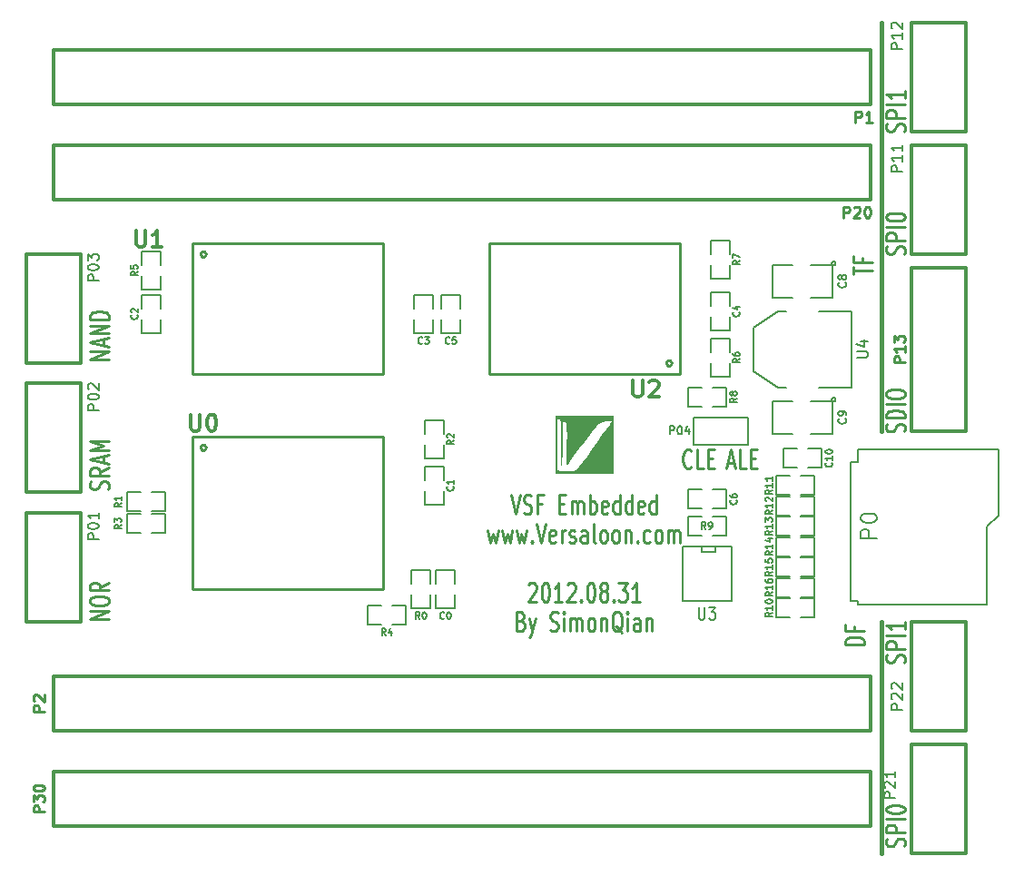
<source format=gto>
G04 (created by PCBNEW-RS274X (2012-01-19 BZR 3256)-stable) date 01/09/2012 19:00:46*
G01*
G70*
G90*
%MOIN*%
G04 Gerber Fmt 3.4, Leading zero omitted, Abs format*
%FSLAX34Y34*%
G04 APERTURE LIST*
%ADD10C,0.006000*%
%ADD11C,0.010000*%
%ADD12C,0.015000*%
%ADD13C,0.012000*%
%ADD14C,0.005000*%
%ADD15C,0.008000*%
%ADD16C,0.000100*%
G04 APERTURE END LIST*
G54D10*
G54D11*
X41283Y-29845D02*
X40583Y-29845D01*
X40583Y-29726D01*
X40617Y-29654D01*
X40683Y-29607D01*
X40750Y-29583D01*
X40883Y-29559D01*
X40983Y-29559D01*
X41117Y-29583D01*
X41183Y-29607D01*
X41250Y-29654D01*
X41283Y-29726D01*
X41283Y-29845D01*
X40917Y-29178D02*
X40917Y-29345D01*
X41283Y-29345D02*
X40583Y-29345D01*
X40583Y-29107D01*
G54D12*
X41900Y-29000D02*
X41900Y-37500D01*
X41900Y-07000D02*
X41900Y-22000D01*
G54D11*
X40883Y-16257D02*
X40883Y-15972D01*
X41583Y-16115D02*
X40883Y-16115D01*
X41217Y-15638D02*
X41217Y-15805D01*
X41583Y-15805D02*
X40883Y-15805D01*
X40883Y-15567D01*
X28298Y-24333D02*
X28464Y-25033D01*
X28631Y-24333D01*
X28774Y-25000D02*
X28846Y-25033D01*
X28965Y-25033D01*
X29012Y-25000D01*
X29036Y-24967D01*
X29060Y-24900D01*
X29060Y-24833D01*
X29036Y-24767D01*
X29012Y-24733D01*
X28965Y-24700D01*
X28869Y-24667D01*
X28822Y-24633D01*
X28798Y-24600D01*
X28774Y-24533D01*
X28774Y-24467D01*
X28798Y-24400D01*
X28822Y-24367D01*
X28869Y-24333D01*
X28989Y-24333D01*
X29060Y-24367D01*
X29441Y-24667D02*
X29274Y-24667D01*
X29274Y-25033D02*
X29274Y-24333D01*
X29512Y-24333D01*
X30084Y-24667D02*
X30251Y-24667D01*
X30322Y-25033D02*
X30084Y-25033D01*
X30084Y-24333D01*
X30322Y-24333D01*
X30536Y-25033D02*
X30536Y-24567D01*
X30536Y-24633D02*
X30560Y-24600D01*
X30607Y-24567D01*
X30679Y-24567D01*
X30727Y-24600D01*
X30750Y-24667D01*
X30750Y-25033D01*
X30750Y-24667D02*
X30774Y-24600D01*
X30822Y-24567D01*
X30893Y-24567D01*
X30941Y-24600D01*
X30965Y-24667D01*
X30965Y-25033D01*
X31203Y-25033D02*
X31203Y-24333D01*
X31203Y-24600D02*
X31251Y-24567D01*
X31346Y-24567D01*
X31394Y-24600D01*
X31417Y-24633D01*
X31441Y-24700D01*
X31441Y-24900D01*
X31417Y-24967D01*
X31394Y-25000D01*
X31346Y-25033D01*
X31251Y-25033D01*
X31203Y-25000D01*
X31846Y-25000D02*
X31798Y-25033D01*
X31703Y-25033D01*
X31655Y-25000D01*
X31631Y-24933D01*
X31631Y-24667D01*
X31655Y-24600D01*
X31703Y-24567D01*
X31798Y-24567D01*
X31846Y-24600D01*
X31869Y-24667D01*
X31869Y-24733D01*
X31631Y-24800D01*
X32298Y-25033D02*
X32298Y-24333D01*
X32298Y-25000D02*
X32251Y-25033D01*
X32155Y-25033D01*
X32108Y-25000D01*
X32084Y-24967D01*
X32060Y-24900D01*
X32060Y-24700D01*
X32084Y-24633D01*
X32108Y-24600D01*
X32155Y-24567D01*
X32251Y-24567D01*
X32298Y-24600D01*
X32750Y-25033D02*
X32750Y-24333D01*
X32750Y-25000D02*
X32703Y-25033D01*
X32607Y-25033D01*
X32560Y-25000D01*
X32536Y-24967D01*
X32512Y-24900D01*
X32512Y-24700D01*
X32536Y-24633D01*
X32560Y-24600D01*
X32607Y-24567D01*
X32703Y-24567D01*
X32750Y-24600D01*
X33179Y-25000D02*
X33131Y-25033D01*
X33036Y-25033D01*
X32988Y-25000D01*
X32964Y-24933D01*
X32964Y-24667D01*
X32988Y-24600D01*
X33036Y-24567D01*
X33131Y-24567D01*
X33179Y-24600D01*
X33202Y-24667D01*
X33202Y-24733D01*
X32964Y-24800D01*
X33631Y-25033D02*
X33631Y-24333D01*
X33631Y-25000D02*
X33584Y-25033D01*
X33488Y-25033D01*
X33441Y-25000D01*
X33417Y-24967D01*
X33393Y-24900D01*
X33393Y-24700D01*
X33417Y-24633D01*
X33441Y-24600D01*
X33488Y-24567D01*
X33584Y-24567D01*
X33631Y-24600D01*
X27452Y-25647D02*
X27548Y-26113D01*
X27643Y-25780D01*
X27738Y-26113D01*
X27833Y-25647D01*
X27976Y-25647D02*
X28072Y-26113D01*
X28167Y-25780D01*
X28262Y-26113D01*
X28357Y-25647D01*
X28500Y-25647D02*
X28596Y-26113D01*
X28691Y-25780D01*
X28786Y-26113D01*
X28881Y-25647D01*
X29072Y-26047D02*
X29096Y-26080D01*
X29072Y-26113D01*
X29048Y-26080D01*
X29072Y-26047D01*
X29072Y-26113D01*
X29239Y-25413D02*
X29405Y-26113D01*
X29572Y-25413D01*
X29930Y-26080D02*
X29882Y-26113D01*
X29787Y-26113D01*
X29739Y-26080D01*
X29715Y-26013D01*
X29715Y-25747D01*
X29739Y-25680D01*
X29787Y-25647D01*
X29882Y-25647D01*
X29930Y-25680D01*
X29953Y-25747D01*
X29953Y-25813D01*
X29715Y-25880D01*
X30168Y-26113D02*
X30168Y-25647D01*
X30168Y-25780D02*
X30192Y-25713D01*
X30216Y-25680D01*
X30263Y-25647D01*
X30311Y-25647D01*
X30454Y-26080D02*
X30502Y-26113D01*
X30597Y-26113D01*
X30645Y-26080D01*
X30669Y-26013D01*
X30669Y-25980D01*
X30645Y-25913D01*
X30597Y-25880D01*
X30526Y-25880D01*
X30478Y-25847D01*
X30454Y-25780D01*
X30454Y-25747D01*
X30478Y-25680D01*
X30526Y-25647D01*
X30597Y-25647D01*
X30645Y-25680D01*
X31097Y-26113D02*
X31097Y-25747D01*
X31074Y-25680D01*
X31026Y-25647D01*
X30931Y-25647D01*
X30883Y-25680D01*
X31097Y-26080D02*
X31050Y-26113D01*
X30931Y-26113D01*
X30883Y-26080D01*
X30859Y-26013D01*
X30859Y-25947D01*
X30883Y-25880D01*
X30931Y-25847D01*
X31050Y-25847D01*
X31097Y-25813D01*
X31406Y-26113D02*
X31359Y-26080D01*
X31335Y-26013D01*
X31335Y-25413D01*
X31668Y-26113D02*
X31621Y-26080D01*
X31597Y-26047D01*
X31573Y-25980D01*
X31573Y-25780D01*
X31597Y-25713D01*
X31621Y-25680D01*
X31668Y-25647D01*
X31740Y-25647D01*
X31788Y-25680D01*
X31811Y-25713D01*
X31835Y-25780D01*
X31835Y-25980D01*
X31811Y-26047D01*
X31788Y-26080D01*
X31740Y-26113D01*
X31668Y-26113D01*
X32120Y-26113D02*
X32073Y-26080D01*
X32049Y-26047D01*
X32025Y-25980D01*
X32025Y-25780D01*
X32049Y-25713D01*
X32073Y-25680D01*
X32120Y-25647D01*
X32192Y-25647D01*
X32240Y-25680D01*
X32263Y-25713D01*
X32287Y-25780D01*
X32287Y-25980D01*
X32263Y-26047D01*
X32240Y-26080D01*
X32192Y-26113D01*
X32120Y-26113D01*
X32501Y-25647D02*
X32501Y-26113D01*
X32501Y-25713D02*
X32525Y-25680D01*
X32572Y-25647D01*
X32644Y-25647D01*
X32692Y-25680D01*
X32715Y-25747D01*
X32715Y-26113D01*
X32953Y-26047D02*
X32977Y-26080D01*
X32953Y-26113D01*
X32929Y-26080D01*
X32953Y-26047D01*
X32953Y-26113D01*
X33405Y-26080D02*
X33358Y-26113D01*
X33262Y-26113D01*
X33215Y-26080D01*
X33191Y-26047D01*
X33167Y-25980D01*
X33167Y-25780D01*
X33191Y-25713D01*
X33215Y-25680D01*
X33262Y-25647D01*
X33358Y-25647D01*
X33405Y-25680D01*
X33691Y-26113D02*
X33644Y-26080D01*
X33620Y-26047D01*
X33596Y-25980D01*
X33596Y-25780D01*
X33620Y-25713D01*
X33644Y-25680D01*
X33691Y-25647D01*
X33763Y-25647D01*
X33811Y-25680D01*
X33834Y-25713D01*
X33858Y-25780D01*
X33858Y-25980D01*
X33834Y-26047D01*
X33811Y-26080D01*
X33763Y-26113D01*
X33691Y-26113D01*
X34072Y-26113D02*
X34072Y-25647D01*
X34072Y-25713D02*
X34096Y-25680D01*
X34143Y-25647D01*
X34215Y-25647D01*
X34263Y-25680D01*
X34286Y-25747D01*
X34286Y-26113D01*
X34286Y-25747D02*
X34310Y-25680D01*
X34358Y-25647D01*
X34429Y-25647D01*
X34477Y-25680D01*
X34501Y-25747D01*
X34501Y-26113D01*
X28953Y-27640D02*
X28977Y-27607D01*
X29025Y-27573D01*
X29144Y-27573D01*
X29191Y-27607D01*
X29215Y-27640D01*
X29239Y-27707D01*
X29239Y-27773D01*
X29215Y-27873D01*
X28929Y-28273D01*
X29239Y-28273D01*
X29548Y-27573D02*
X29596Y-27573D01*
X29644Y-27607D01*
X29667Y-27640D01*
X29691Y-27707D01*
X29715Y-27840D01*
X29715Y-28007D01*
X29691Y-28140D01*
X29667Y-28207D01*
X29644Y-28240D01*
X29596Y-28273D01*
X29548Y-28273D01*
X29501Y-28240D01*
X29477Y-28207D01*
X29453Y-28140D01*
X29429Y-28007D01*
X29429Y-27840D01*
X29453Y-27707D01*
X29477Y-27640D01*
X29501Y-27607D01*
X29548Y-27573D01*
X30191Y-28273D02*
X29905Y-28273D01*
X30048Y-28273D02*
X30048Y-27573D01*
X30000Y-27673D01*
X29953Y-27740D01*
X29905Y-27773D01*
X30381Y-27640D02*
X30405Y-27607D01*
X30453Y-27573D01*
X30572Y-27573D01*
X30619Y-27607D01*
X30643Y-27640D01*
X30667Y-27707D01*
X30667Y-27773D01*
X30643Y-27873D01*
X30357Y-28273D01*
X30667Y-28273D01*
X30881Y-28207D02*
X30905Y-28240D01*
X30881Y-28273D01*
X30857Y-28240D01*
X30881Y-28207D01*
X30881Y-28273D01*
X31214Y-27573D02*
X31262Y-27573D01*
X31310Y-27607D01*
X31333Y-27640D01*
X31357Y-27707D01*
X31381Y-27840D01*
X31381Y-28007D01*
X31357Y-28140D01*
X31333Y-28207D01*
X31310Y-28240D01*
X31262Y-28273D01*
X31214Y-28273D01*
X31167Y-28240D01*
X31143Y-28207D01*
X31119Y-28140D01*
X31095Y-28007D01*
X31095Y-27840D01*
X31119Y-27707D01*
X31143Y-27640D01*
X31167Y-27607D01*
X31214Y-27573D01*
X31666Y-27873D02*
X31619Y-27840D01*
X31595Y-27807D01*
X31571Y-27740D01*
X31571Y-27707D01*
X31595Y-27640D01*
X31619Y-27607D01*
X31666Y-27573D01*
X31762Y-27573D01*
X31809Y-27607D01*
X31833Y-27640D01*
X31857Y-27707D01*
X31857Y-27740D01*
X31833Y-27807D01*
X31809Y-27840D01*
X31762Y-27873D01*
X31666Y-27873D01*
X31619Y-27907D01*
X31595Y-27940D01*
X31571Y-28007D01*
X31571Y-28140D01*
X31595Y-28207D01*
X31619Y-28240D01*
X31666Y-28273D01*
X31762Y-28273D01*
X31809Y-28240D01*
X31833Y-28207D01*
X31857Y-28140D01*
X31857Y-28007D01*
X31833Y-27940D01*
X31809Y-27907D01*
X31762Y-27873D01*
X32071Y-28207D02*
X32095Y-28240D01*
X32071Y-28273D01*
X32047Y-28240D01*
X32071Y-28207D01*
X32071Y-28273D01*
X32261Y-27573D02*
X32571Y-27573D01*
X32404Y-27840D01*
X32476Y-27840D01*
X32523Y-27873D01*
X32547Y-27907D01*
X32571Y-27973D01*
X32571Y-28140D01*
X32547Y-28207D01*
X32523Y-28240D01*
X32476Y-28273D01*
X32333Y-28273D01*
X32285Y-28240D01*
X32261Y-28207D01*
X33047Y-28273D02*
X32761Y-28273D01*
X32904Y-28273D02*
X32904Y-27573D01*
X32856Y-27673D01*
X32809Y-27740D01*
X32761Y-27773D01*
X28680Y-28987D02*
X28751Y-29020D01*
X28775Y-29053D01*
X28799Y-29120D01*
X28799Y-29220D01*
X28775Y-29287D01*
X28751Y-29320D01*
X28704Y-29353D01*
X28513Y-29353D01*
X28513Y-28653D01*
X28680Y-28653D01*
X28727Y-28687D01*
X28751Y-28720D01*
X28775Y-28787D01*
X28775Y-28853D01*
X28751Y-28920D01*
X28727Y-28953D01*
X28680Y-28987D01*
X28513Y-28987D01*
X28965Y-28887D02*
X29084Y-29353D01*
X29204Y-28887D02*
X29084Y-29353D01*
X29037Y-29520D01*
X29013Y-29553D01*
X28965Y-29587D01*
X29751Y-29320D02*
X29823Y-29353D01*
X29942Y-29353D01*
X29989Y-29320D01*
X30013Y-29287D01*
X30037Y-29220D01*
X30037Y-29153D01*
X30013Y-29087D01*
X29989Y-29053D01*
X29942Y-29020D01*
X29846Y-28987D01*
X29799Y-28953D01*
X29775Y-28920D01*
X29751Y-28853D01*
X29751Y-28787D01*
X29775Y-28720D01*
X29799Y-28687D01*
X29846Y-28653D01*
X29966Y-28653D01*
X30037Y-28687D01*
X30251Y-29353D02*
X30251Y-28887D01*
X30251Y-28653D02*
X30227Y-28687D01*
X30251Y-28720D01*
X30275Y-28687D01*
X30251Y-28653D01*
X30251Y-28720D01*
X30489Y-29353D02*
X30489Y-28887D01*
X30489Y-28953D02*
X30513Y-28920D01*
X30560Y-28887D01*
X30632Y-28887D01*
X30680Y-28920D01*
X30703Y-28987D01*
X30703Y-29353D01*
X30703Y-28987D02*
X30727Y-28920D01*
X30775Y-28887D01*
X30846Y-28887D01*
X30894Y-28920D01*
X30918Y-28987D01*
X30918Y-29353D01*
X31227Y-29353D02*
X31180Y-29320D01*
X31156Y-29287D01*
X31132Y-29220D01*
X31132Y-29020D01*
X31156Y-28953D01*
X31180Y-28920D01*
X31227Y-28887D01*
X31299Y-28887D01*
X31347Y-28920D01*
X31370Y-28953D01*
X31394Y-29020D01*
X31394Y-29220D01*
X31370Y-29287D01*
X31347Y-29320D01*
X31299Y-29353D01*
X31227Y-29353D01*
X31608Y-28887D02*
X31608Y-29353D01*
X31608Y-28953D02*
X31632Y-28920D01*
X31679Y-28887D01*
X31751Y-28887D01*
X31799Y-28920D01*
X31822Y-28987D01*
X31822Y-29353D01*
X32393Y-29420D02*
X32346Y-29387D01*
X32298Y-29320D01*
X32227Y-29220D01*
X32179Y-29187D01*
X32131Y-29187D01*
X32155Y-29353D02*
X32108Y-29320D01*
X32060Y-29253D01*
X32036Y-29120D01*
X32036Y-28887D01*
X32060Y-28753D01*
X32108Y-28687D01*
X32155Y-28653D01*
X32251Y-28653D01*
X32298Y-28687D01*
X32346Y-28753D01*
X32370Y-28887D01*
X32370Y-29120D01*
X32346Y-29253D01*
X32298Y-29320D01*
X32251Y-29353D01*
X32155Y-29353D01*
X32584Y-29353D02*
X32584Y-28887D01*
X32584Y-28653D02*
X32560Y-28687D01*
X32584Y-28720D01*
X32608Y-28687D01*
X32584Y-28653D01*
X32584Y-28720D01*
X33036Y-29353D02*
X33036Y-28987D01*
X33013Y-28920D01*
X32965Y-28887D01*
X32870Y-28887D01*
X32822Y-28920D01*
X33036Y-29320D02*
X32989Y-29353D01*
X32870Y-29353D01*
X32822Y-29320D01*
X32798Y-29253D01*
X32798Y-29187D01*
X32822Y-29120D01*
X32870Y-29087D01*
X32989Y-29087D01*
X33036Y-29053D01*
X33274Y-28887D02*
X33274Y-29353D01*
X33274Y-28953D02*
X33298Y-28920D01*
X33345Y-28887D01*
X33417Y-28887D01*
X33465Y-28920D01*
X33488Y-28987D01*
X33488Y-29353D01*
X42750Y-37250D02*
X42783Y-37178D01*
X42783Y-37059D01*
X42750Y-37012D01*
X42717Y-36988D01*
X42650Y-36964D01*
X42583Y-36964D01*
X42517Y-36988D01*
X42483Y-37012D01*
X42450Y-37059D01*
X42417Y-37155D01*
X42383Y-37202D01*
X42350Y-37226D01*
X42283Y-37250D01*
X42217Y-37250D01*
X42150Y-37226D01*
X42117Y-37202D01*
X42083Y-37155D01*
X42083Y-37035D01*
X42117Y-36964D01*
X42783Y-36750D02*
X42083Y-36750D01*
X42083Y-36559D01*
X42117Y-36512D01*
X42150Y-36488D01*
X42217Y-36464D01*
X42317Y-36464D01*
X42383Y-36488D01*
X42417Y-36512D01*
X42450Y-36559D01*
X42450Y-36750D01*
X42783Y-36250D02*
X42083Y-36250D01*
X42083Y-35917D02*
X42083Y-35869D01*
X42117Y-35821D01*
X42150Y-35798D01*
X42217Y-35774D01*
X42350Y-35750D01*
X42517Y-35750D01*
X42650Y-35774D01*
X42717Y-35798D01*
X42750Y-35821D01*
X42783Y-35869D01*
X42783Y-35917D01*
X42750Y-35964D01*
X42717Y-35988D01*
X42650Y-36012D01*
X42517Y-36036D01*
X42350Y-36036D01*
X42217Y-36012D01*
X42150Y-35988D01*
X42117Y-35964D01*
X42083Y-35917D01*
X42750Y-30500D02*
X42783Y-30428D01*
X42783Y-30309D01*
X42750Y-30262D01*
X42717Y-30238D01*
X42650Y-30214D01*
X42583Y-30214D01*
X42517Y-30238D01*
X42483Y-30262D01*
X42450Y-30309D01*
X42417Y-30405D01*
X42383Y-30452D01*
X42350Y-30476D01*
X42283Y-30500D01*
X42217Y-30500D01*
X42150Y-30476D01*
X42117Y-30452D01*
X42083Y-30405D01*
X42083Y-30285D01*
X42117Y-30214D01*
X42783Y-30000D02*
X42083Y-30000D01*
X42083Y-29809D01*
X42117Y-29762D01*
X42150Y-29738D01*
X42217Y-29714D01*
X42317Y-29714D01*
X42383Y-29738D01*
X42417Y-29762D01*
X42450Y-29809D01*
X42450Y-30000D01*
X42783Y-29500D02*
X42083Y-29500D01*
X42783Y-29000D02*
X42783Y-29286D01*
X42783Y-29143D02*
X42083Y-29143D01*
X42183Y-29191D01*
X42250Y-29238D01*
X42283Y-29286D01*
X13533Y-19369D02*
X12833Y-19369D01*
X13533Y-19083D01*
X12833Y-19083D01*
X13333Y-18869D02*
X13333Y-18631D01*
X13533Y-18916D02*
X12833Y-18750D01*
X13533Y-18583D01*
X13533Y-18416D02*
X12833Y-18416D01*
X13533Y-18130D01*
X12833Y-18130D01*
X13533Y-17892D02*
X12833Y-17892D01*
X12833Y-17773D01*
X12867Y-17701D01*
X12933Y-17654D01*
X13000Y-17630D01*
X13133Y-17606D01*
X13233Y-17606D01*
X13367Y-17630D01*
X13433Y-17654D01*
X13500Y-17701D01*
X13533Y-17773D01*
X13533Y-17892D01*
X13500Y-24143D02*
X13533Y-24071D01*
X13533Y-23952D01*
X13500Y-23905D01*
X13467Y-23881D01*
X13400Y-23857D01*
X13333Y-23857D01*
X13267Y-23881D01*
X13233Y-23905D01*
X13200Y-23952D01*
X13167Y-24048D01*
X13133Y-24095D01*
X13100Y-24119D01*
X13033Y-24143D01*
X12967Y-24143D01*
X12900Y-24119D01*
X12867Y-24095D01*
X12833Y-24048D01*
X12833Y-23928D01*
X12867Y-23857D01*
X13533Y-23357D02*
X13200Y-23524D01*
X13533Y-23643D02*
X12833Y-23643D01*
X12833Y-23452D01*
X12867Y-23405D01*
X12900Y-23381D01*
X12967Y-23357D01*
X13067Y-23357D01*
X13133Y-23381D01*
X13167Y-23405D01*
X13200Y-23452D01*
X13200Y-23643D01*
X13333Y-23167D02*
X13333Y-22929D01*
X13533Y-23214D02*
X12833Y-23048D01*
X13533Y-22881D01*
X13533Y-22714D02*
X12833Y-22714D01*
X13333Y-22547D01*
X12833Y-22381D01*
X13533Y-22381D01*
X13533Y-28905D02*
X12833Y-28905D01*
X13533Y-28619D01*
X12833Y-28619D01*
X12833Y-28286D02*
X12833Y-28190D01*
X12867Y-28143D01*
X12933Y-28095D01*
X13067Y-28071D01*
X13300Y-28071D01*
X13433Y-28095D01*
X13500Y-28143D01*
X13533Y-28190D01*
X13533Y-28286D01*
X13500Y-28333D01*
X13433Y-28381D01*
X13300Y-28405D01*
X13067Y-28405D01*
X12933Y-28381D01*
X12867Y-28333D01*
X12833Y-28286D01*
X13533Y-27571D02*
X13200Y-27738D01*
X13533Y-27857D02*
X12833Y-27857D01*
X12833Y-27666D01*
X12867Y-27619D01*
X12900Y-27595D01*
X12967Y-27571D01*
X13067Y-27571D01*
X13133Y-27595D01*
X13167Y-27619D01*
X13200Y-27666D01*
X13200Y-27857D01*
X34927Y-23317D02*
X34903Y-23350D01*
X34832Y-23383D01*
X34784Y-23383D01*
X34712Y-23350D01*
X34665Y-23283D01*
X34641Y-23217D01*
X34617Y-23083D01*
X34617Y-22983D01*
X34641Y-22850D01*
X34665Y-22783D01*
X34712Y-22717D01*
X34784Y-22683D01*
X34832Y-22683D01*
X34903Y-22717D01*
X34927Y-22750D01*
X35379Y-23383D02*
X35141Y-23383D01*
X35141Y-22683D01*
X35546Y-23017D02*
X35713Y-23017D01*
X35784Y-23383D02*
X35546Y-23383D01*
X35546Y-22683D01*
X35784Y-22683D01*
X36252Y-23183D02*
X36490Y-23183D01*
X36205Y-23383D02*
X36371Y-22683D01*
X36538Y-23383D01*
X36943Y-23383D02*
X36705Y-23383D01*
X36705Y-22683D01*
X37110Y-23017D02*
X37277Y-23017D01*
X37348Y-23383D02*
X37110Y-23383D01*
X37110Y-22683D01*
X37348Y-22683D01*
X42750Y-22024D02*
X42783Y-21952D01*
X42783Y-21833D01*
X42750Y-21786D01*
X42717Y-21762D01*
X42650Y-21738D01*
X42583Y-21738D01*
X42517Y-21762D01*
X42483Y-21786D01*
X42450Y-21833D01*
X42417Y-21929D01*
X42383Y-21976D01*
X42350Y-22000D01*
X42283Y-22024D01*
X42217Y-22024D01*
X42150Y-22000D01*
X42117Y-21976D01*
X42083Y-21929D01*
X42083Y-21809D01*
X42117Y-21738D01*
X42783Y-21524D02*
X42083Y-21524D01*
X42083Y-21405D01*
X42117Y-21333D01*
X42183Y-21286D01*
X42250Y-21262D01*
X42383Y-21238D01*
X42483Y-21238D01*
X42617Y-21262D01*
X42683Y-21286D01*
X42750Y-21333D01*
X42783Y-21405D01*
X42783Y-21524D01*
X42783Y-21024D02*
X42083Y-21024D01*
X42083Y-20691D02*
X42083Y-20595D01*
X42117Y-20548D01*
X42183Y-20500D01*
X42317Y-20476D01*
X42550Y-20476D01*
X42683Y-20500D01*
X42750Y-20548D01*
X42783Y-20595D01*
X42783Y-20691D01*
X42750Y-20738D01*
X42683Y-20786D01*
X42550Y-20810D01*
X42317Y-20810D01*
X42183Y-20786D01*
X42117Y-20738D01*
X42083Y-20691D01*
X42750Y-15500D02*
X42783Y-15428D01*
X42783Y-15309D01*
X42750Y-15262D01*
X42717Y-15238D01*
X42650Y-15214D01*
X42583Y-15214D01*
X42517Y-15238D01*
X42483Y-15262D01*
X42450Y-15309D01*
X42417Y-15405D01*
X42383Y-15452D01*
X42350Y-15476D01*
X42283Y-15500D01*
X42217Y-15500D01*
X42150Y-15476D01*
X42117Y-15452D01*
X42083Y-15405D01*
X42083Y-15285D01*
X42117Y-15214D01*
X42783Y-15000D02*
X42083Y-15000D01*
X42083Y-14809D01*
X42117Y-14762D01*
X42150Y-14738D01*
X42217Y-14714D01*
X42317Y-14714D01*
X42383Y-14738D01*
X42417Y-14762D01*
X42450Y-14809D01*
X42450Y-15000D01*
X42783Y-14500D02*
X42083Y-14500D01*
X42083Y-14167D02*
X42083Y-14119D01*
X42117Y-14071D01*
X42150Y-14048D01*
X42217Y-14024D01*
X42350Y-14000D01*
X42517Y-14000D01*
X42650Y-14024D01*
X42717Y-14048D01*
X42750Y-14071D01*
X42783Y-14119D01*
X42783Y-14167D01*
X42750Y-14214D01*
X42717Y-14238D01*
X42650Y-14262D01*
X42517Y-14286D01*
X42350Y-14286D01*
X42217Y-14262D01*
X42150Y-14238D01*
X42117Y-14214D01*
X42083Y-14167D01*
X42750Y-11000D02*
X42783Y-10928D01*
X42783Y-10809D01*
X42750Y-10762D01*
X42717Y-10738D01*
X42650Y-10714D01*
X42583Y-10714D01*
X42517Y-10738D01*
X42483Y-10762D01*
X42450Y-10809D01*
X42417Y-10905D01*
X42383Y-10952D01*
X42350Y-10976D01*
X42283Y-11000D01*
X42217Y-11000D01*
X42150Y-10976D01*
X42117Y-10952D01*
X42083Y-10905D01*
X42083Y-10785D01*
X42117Y-10714D01*
X42783Y-10500D02*
X42083Y-10500D01*
X42083Y-10309D01*
X42117Y-10262D01*
X42150Y-10238D01*
X42217Y-10214D01*
X42317Y-10214D01*
X42383Y-10238D01*
X42417Y-10262D01*
X42450Y-10309D01*
X42450Y-10500D01*
X42783Y-10000D02*
X42083Y-10000D01*
X42783Y-09500D02*
X42783Y-09786D01*
X42783Y-09643D02*
X42083Y-09643D01*
X42183Y-09691D01*
X42250Y-09738D01*
X42283Y-09786D01*
G54D13*
X31500Y-36500D02*
X41500Y-36500D01*
X31500Y-34500D02*
X41500Y-34500D01*
X31500Y-36500D02*
X11500Y-36500D01*
X31500Y-34500D02*
X11500Y-34500D01*
X41500Y-34500D02*
X41500Y-36500D01*
X11500Y-34500D02*
X11500Y-36500D01*
X21500Y-11500D02*
X11500Y-11500D01*
X21500Y-13500D02*
X11500Y-13500D01*
X21500Y-11500D02*
X41500Y-11500D01*
X21500Y-13500D02*
X41500Y-13500D01*
X11500Y-13500D02*
X11500Y-11500D01*
X41500Y-13500D02*
X41500Y-11500D01*
X31500Y-33000D02*
X41500Y-33000D01*
X31500Y-31000D02*
X41500Y-31000D01*
X31500Y-33000D02*
X11500Y-33000D01*
X31500Y-31000D02*
X11500Y-31000D01*
X41500Y-31000D02*
X41500Y-33000D01*
X11500Y-31000D02*
X11500Y-33000D01*
X21500Y-08000D02*
X11500Y-08000D01*
X21500Y-10000D02*
X11500Y-10000D01*
X21500Y-08000D02*
X41500Y-08000D01*
X21500Y-10000D02*
X41500Y-10000D01*
X11500Y-10000D02*
X11500Y-08000D01*
X41500Y-10000D02*
X41500Y-08000D01*
G54D11*
X16600Y-27800D02*
X16600Y-22200D01*
X23600Y-22200D02*
X23600Y-27800D01*
X16600Y-22200D02*
X23600Y-22200D01*
X23600Y-27800D02*
X16600Y-27800D01*
X17100Y-22600D02*
X17098Y-22619D01*
X17092Y-22638D01*
X17083Y-22655D01*
X17070Y-22670D01*
X17055Y-22682D01*
X17038Y-22692D01*
X17020Y-22697D01*
X17000Y-22699D01*
X16982Y-22698D01*
X16963Y-22692D01*
X16946Y-22683D01*
X16931Y-22671D01*
X16918Y-22656D01*
X16909Y-22639D01*
X16903Y-22620D01*
X16901Y-22601D01*
X16902Y-22582D01*
X16908Y-22564D01*
X16916Y-22546D01*
X16929Y-22531D01*
X16943Y-22518D01*
X16960Y-22509D01*
X16979Y-22503D01*
X16998Y-22501D01*
X17017Y-22502D01*
X17036Y-22507D01*
X17053Y-22516D01*
X17068Y-22528D01*
X17081Y-22543D01*
X17091Y-22560D01*
X17097Y-22578D01*
X17099Y-22598D01*
X17100Y-22600D01*
X27500Y-15100D02*
X27500Y-19900D01*
X34500Y-19900D02*
X34500Y-15100D01*
X34500Y-15100D02*
X27500Y-15100D01*
X34500Y-19900D02*
X27500Y-19900D01*
X34200Y-19500D02*
X34198Y-19519D01*
X34192Y-19538D01*
X34183Y-19555D01*
X34170Y-19570D01*
X34155Y-19582D01*
X34138Y-19592D01*
X34120Y-19597D01*
X34100Y-19599D01*
X34082Y-19598D01*
X34063Y-19592D01*
X34046Y-19583D01*
X34031Y-19571D01*
X34018Y-19556D01*
X34009Y-19539D01*
X34003Y-19520D01*
X34001Y-19501D01*
X34002Y-19482D01*
X34008Y-19464D01*
X34016Y-19446D01*
X34029Y-19431D01*
X34043Y-19418D01*
X34060Y-19409D01*
X34079Y-19403D01*
X34098Y-19401D01*
X34117Y-19402D01*
X34136Y-19407D01*
X34153Y-19416D01*
X34168Y-19428D01*
X34181Y-19443D01*
X34191Y-19460D01*
X34197Y-19478D01*
X34199Y-19498D01*
X34200Y-19500D01*
G54D14*
X38950Y-25100D02*
X39450Y-25100D01*
X39450Y-25100D02*
X39450Y-24400D01*
X39450Y-24400D02*
X38950Y-24400D01*
X38550Y-25100D02*
X38050Y-25100D01*
X38050Y-25100D02*
X38050Y-24400D01*
X38050Y-24400D02*
X38550Y-24400D01*
X38950Y-28100D02*
X39450Y-28100D01*
X39450Y-28100D02*
X39450Y-27400D01*
X39450Y-27400D02*
X38950Y-27400D01*
X38550Y-28100D02*
X38050Y-28100D01*
X38050Y-28100D02*
X38050Y-27400D01*
X38050Y-27400D02*
X38550Y-27400D01*
X38950Y-27350D02*
X39450Y-27350D01*
X39450Y-27350D02*
X39450Y-26650D01*
X39450Y-26650D02*
X38950Y-26650D01*
X38550Y-27350D02*
X38050Y-27350D01*
X38050Y-27350D02*
X38050Y-26650D01*
X38050Y-26650D02*
X38550Y-26650D01*
X38950Y-26600D02*
X39450Y-26600D01*
X39450Y-26600D02*
X39450Y-25900D01*
X39450Y-25900D02*
X38950Y-25900D01*
X38550Y-26600D02*
X38050Y-26600D01*
X38050Y-26600D02*
X38050Y-25900D01*
X38050Y-25900D02*
X38550Y-25900D01*
X38950Y-25850D02*
X39450Y-25850D01*
X39450Y-25850D02*
X39450Y-25150D01*
X39450Y-25150D02*
X38950Y-25150D01*
X38550Y-25850D02*
X38050Y-25850D01*
X38050Y-25850D02*
X38050Y-25150D01*
X38050Y-25150D02*
X38550Y-25150D01*
X38950Y-24350D02*
X39450Y-24350D01*
X39450Y-24350D02*
X39450Y-23650D01*
X39450Y-23650D02*
X38950Y-23650D01*
X38550Y-24350D02*
X38050Y-24350D01*
X38050Y-24350D02*
X38050Y-23650D01*
X38050Y-23650D02*
X38550Y-23650D01*
X38950Y-28850D02*
X39450Y-28850D01*
X39450Y-28850D02*
X39450Y-28150D01*
X39450Y-28150D02*
X38950Y-28150D01*
X38550Y-28850D02*
X38050Y-28850D01*
X38050Y-28850D02*
X38050Y-28150D01*
X38050Y-28150D02*
X38550Y-28150D01*
G54D13*
X45000Y-16000D02*
X45000Y-22000D01*
X45000Y-22000D02*
X43000Y-22000D01*
X43000Y-22000D02*
X43000Y-16000D01*
X43000Y-16000D02*
X45000Y-16000D01*
X45000Y-11500D02*
X45000Y-15500D01*
X45000Y-15500D02*
X43000Y-15500D01*
X43000Y-15500D02*
X43000Y-11500D01*
X43000Y-11500D02*
X45000Y-11500D01*
X45000Y-07000D02*
X45000Y-11000D01*
X45000Y-11000D02*
X43000Y-11000D01*
X43000Y-11000D02*
X43000Y-07000D01*
X43000Y-07000D02*
X45000Y-07000D01*
G54D15*
X39600Y-20400D02*
X40800Y-20400D01*
X40800Y-20400D02*
X40800Y-17600D01*
X40800Y-17600D02*
X39600Y-17600D01*
X38400Y-20400D02*
X38100Y-20400D01*
X38100Y-20400D02*
X37200Y-19800D01*
X37200Y-19800D02*
X37200Y-18200D01*
X37200Y-18200D02*
X38100Y-17600D01*
X38100Y-17600D02*
X38400Y-17600D01*
G54D14*
X40220Y-15850D02*
X40218Y-15863D01*
X40214Y-15876D01*
X40208Y-15888D01*
X40199Y-15899D01*
X40189Y-15908D01*
X40177Y-15914D01*
X40164Y-15918D01*
X40150Y-15919D01*
X40137Y-15918D01*
X40124Y-15914D01*
X40112Y-15908D01*
X40102Y-15900D01*
X40093Y-15889D01*
X40086Y-15877D01*
X40082Y-15864D01*
X40081Y-15850D01*
X40082Y-15838D01*
X40085Y-15825D01*
X40092Y-15813D01*
X40100Y-15802D01*
X40111Y-15793D01*
X40122Y-15786D01*
X40135Y-15782D01*
X40149Y-15781D01*
X40162Y-15782D01*
X40175Y-15785D01*
X40187Y-15791D01*
X40198Y-15800D01*
X40207Y-15810D01*
X40213Y-15822D01*
X40218Y-15835D01*
X40219Y-15849D01*
X40220Y-15850D01*
X38650Y-15900D02*
X37900Y-15900D01*
X37900Y-15900D02*
X37900Y-17100D01*
X37900Y-17100D02*
X38650Y-17100D01*
X39300Y-17100D02*
X40100Y-17100D01*
X40100Y-17100D02*
X40100Y-15900D01*
X40100Y-15900D02*
X39300Y-15900D01*
X40220Y-20850D02*
X40218Y-20863D01*
X40214Y-20876D01*
X40208Y-20888D01*
X40199Y-20899D01*
X40189Y-20908D01*
X40177Y-20914D01*
X40164Y-20918D01*
X40150Y-20919D01*
X40137Y-20918D01*
X40124Y-20914D01*
X40112Y-20908D01*
X40102Y-20900D01*
X40093Y-20889D01*
X40086Y-20877D01*
X40082Y-20864D01*
X40081Y-20850D01*
X40082Y-20838D01*
X40085Y-20825D01*
X40092Y-20813D01*
X40100Y-20802D01*
X40111Y-20793D01*
X40122Y-20786D01*
X40135Y-20782D01*
X40149Y-20781D01*
X40162Y-20782D01*
X40175Y-20785D01*
X40187Y-20791D01*
X40198Y-20800D01*
X40207Y-20810D01*
X40213Y-20822D01*
X40218Y-20835D01*
X40219Y-20849D01*
X40220Y-20850D01*
X38650Y-20900D02*
X37900Y-20900D01*
X37900Y-20900D02*
X37900Y-22100D01*
X37900Y-22100D02*
X38650Y-22100D01*
X39300Y-22100D02*
X40100Y-22100D01*
X40100Y-22100D02*
X40100Y-20900D01*
X40100Y-20900D02*
X39300Y-20900D01*
X24750Y-17900D02*
X24750Y-18400D01*
X24750Y-18400D02*
X25450Y-18400D01*
X25450Y-18400D02*
X25450Y-17900D01*
X24750Y-17500D02*
X24750Y-17000D01*
X24750Y-17000D02*
X25450Y-17000D01*
X25450Y-17000D02*
X25450Y-17500D01*
X35650Y-17800D02*
X35650Y-18300D01*
X35650Y-18300D02*
X36350Y-18300D01*
X36350Y-18300D02*
X36350Y-17800D01*
X35650Y-17400D02*
X35650Y-16900D01*
X35650Y-16900D02*
X36350Y-16900D01*
X36350Y-16900D02*
X36350Y-17400D01*
X25750Y-17900D02*
X25750Y-18400D01*
X25750Y-18400D02*
X26450Y-18400D01*
X26450Y-18400D02*
X26450Y-17900D01*
X25750Y-17500D02*
X25750Y-17000D01*
X25750Y-17000D02*
X26450Y-17000D01*
X26450Y-17000D02*
X26450Y-17500D01*
X35300Y-24150D02*
X34800Y-24150D01*
X34800Y-24150D02*
X34800Y-24850D01*
X34800Y-24850D02*
X35300Y-24850D01*
X35700Y-24150D02*
X36200Y-24150D01*
X36200Y-24150D02*
X36200Y-24850D01*
X36200Y-24850D02*
X35700Y-24850D01*
X25550Y-28000D02*
X25550Y-28500D01*
X25550Y-28500D02*
X26250Y-28500D01*
X26250Y-28500D02*
X26250Y-28000D01*
X25550Y-27600D02*
X25550Y-27100D01*
X25550Y-27100D02*
X26250Y-27100D01*
X26250Y-27100D02*
X26250Y-27600D01*
X15450Y-17500D02*
X15450Y-17000D01*
X15450Y-17000D02*
X14750Y-17000D01*
X14750Y-17000D02*
X14750Y-17500D01*
X15450Y-17900D02*
X15450Y-18400D01*
X15450Y-18400D02*
X14750Y-18400D01*
X14750Y-18400D02*
X14750Y-17900D01*
X24650Y-28000D02*
X24650Y-28500D01*
X24650Y-28500D02*
X25350Y-28500D01*
X25350Y-28500D02*
X25350Y-28000D01*
X24650Y-27600D02*
X24650Y-27100D01*
X24650Y-27100D02*
X25350Y-27100D01*
X25350Y-27100D02*
X25350Y-27600D01*
X14700Y-24250D02*
X14200Y-24250D01*
X14200Y-24250D02*
X14200Y-24950D01*
X14200Y-24950D02*
X14700Y-24950D01*
X15100Y-24250D02*
X15600Y-24250D01*
X15600Y-24250D02*
X15600Y-24950D01*
X15600Y-24950D02*
X15100Y-24950D01*
X25850Y-22100D02*
X25850Y-21600D01*
X25850Y-21600D02*
X25150Y-21600D01*
X25150Y-21600D02*
X25150Y-22100D01*
X25850Y-22500D02*
X25850Y-23000D01*
X25850Y-23000D02*
X25150Y-23000D01*
X25150Y-23000D02*
X25150Y-22500D01*
X35650Y-19500D02*
X35650Y-20000D01*
X35650Y-20000D02*
X36350Y-20000D01*
X36350Y-20000D02*
X36350Y-19500D01*
X35650Y-19100D02*
X35650Y-18600D01*
X35650Y-18600D02*
X36350Y-18600D01*
X36350Y-18600D02*
X36350Y-19100D01*
X25150Y-24200D02*
X25150Y-24700D01*
X25150Y-24700D02*
X25850Y-24700D01*
X25850Y-24700D02*
X25850Y-24200D01*
X25150Y-23800D02*
X25150Y-23300D01*
X25150Y-23300D02*
X25850Y-23300D01*
X25850Y-23300D02*
X25850Y-23800D01*
G54D11*
X23600Y-19900D02*
X23600Y-15100D01*
X16600Y-15100D02*
X16600Y-19900D01*
X16600Y-19900D02*
X23600Y-19900D01*
X16600Y-15100D02*
X23600Y-15100D01*
X17100Y-15500D02*
X17098Y-15519D01*
X17092Y-15538D01*
X17083Y-15555D01*
X17070Y-15570D01*
X17055Y-15582D01*
X17038Y-15592D01*
X17020Y-15597D01*
X17000Y-15599D01*
X16982Y-15598D01*
X16963Y-15592D01*
X16946Y-15583D01*
X16931Y-15571D01*
X16918Y-15556D01*
X16909Y-15539D01*
X16903Y-15520D01*
X16901Y-15501D01*
X16902Y-15482D01*
X16908Y-15464D01*
X16916Y-15446D01*
X16929Y-15431D01*
X16943Y-15418D01*
X16960Y-15409D01*
X16979Y-15403D01*
X16998Y-15401D01*
X17017Y-15402D01*
X17036Y-15407D01*
X17053Y-15416D01*
X17068Y-15428D01*
X17081Y-15443D01*
X17091Y-15460D01*
X17097Y-15478D01*
X17099Y-15498D01*
X17100Y-15500D01*
G54D14*
X39200Y-23350D02*
X39700Y-23350D01*
X39700Y-23350D02*
X39700Y-22650D01*
X39700Y-22650D02*
X39200Y-22650D01*
X38800Y-23350D02*
X38300Y-23350D01*
X38300Y-23350D02*
X38300Y-22650D01*
X38300Y-22650D02*
X38800Y-22650D01*
X14700Y-25050D02*
X14200Y-25050D01*
X14200Y-25050D02*
X14200Y-25750D01*
X14200Y-25750D02*
X14700Y-25750D01*
X15100Y-25050D02*
X15600Y-25050D01*
X15600Y-25050D02*
X15600Y-25750D01*
X15600Y-25750D02*
X15100Y-25750D01*
X23950Y-29100D02*
X24450Y-29100D01*
X24450Y-29100D02*
X24450Y-28400D01*
X24450Y-28400D02*
X23950Y-28400D01*
X23550Y-29100D02*
X23050Y-29100D01*
X23050Y-29100D02*
X23050Y-28400D01*
X23050Y-28400D02*
X23550Y-28400D01*
X15450Y-15900D02*
X15450Y-15400D01*
X15450Y-15400D02*
X14750Y-15400D01*
X14750Y-15400D02*
X14750Y-15900D01*
X15450Y-16300D02*
X15450Y-16800D01*
X15450Y-16800D02*
X14750Y-16800D01*
X14750Y-16800D02*
X14750Y-16300D01*
G54D13*
X12500Y-25000D02*
X12500Y-29000D01*
X12500Y-29000D02*
X10500Y-29000D01*
X10500Y-29000D02*
X10500Y-25000D01*
X10500Y-25000D02*
X12500Y-25000D01*
X12500Y-20250D02*
X12500Y-24250D01*
X12500Y-24250D02*
X10500Y-24250D01*
X10500Y-24250D02*
X10500Y-20250D01*
X10500Y-20250D02*
X12500Y-20250D01*
X12500Y-15500D02*
X12500Y-19500D01*
X12500Y-19500D02*
X10500Y-19500D01*
X10500Y-19500D02*
X10500Y-15500D01*
X10500Y-15500D02*
X12500Y-15500D01*
G54D16*
G36*
X32066Y-23566D02*
X32066Y-21434D01*
X29934Y-21434D01*
X29934Y-23566D01*
X30365Y-23566D01*
X30365Y-23466D01*
X30361Y-23466D01*
X30160Y-23462D01*
X30058Y-23446D01*
X30021Y-23413D01*
X30019Y-23403D01*
X30011Y-23288D01*
X30006Y-23073D01*
X30002Y-22784D01*
X30000Y-22448D01*
X30001Y-22286D01*
X30002Y-21963D01*
X30007Y-21746D01*
X30016Y-21615D01*
X30029Y-21551D01*
X30049Y-21534D01*
X30085Y-21540D01*
X30125Y-21580D01*
X30150Y-21676D01*
X30161Y-21847D01*
X30161Y-22111D01*
X30152Y-22490D01*
X30143Y-22843D01*
X30142Y-23104D01*
X30149Y-23252D01*
X30164Y-23300D01*
X30178Y-23264D01*
X30191Y-23119D01*
X30198Y-22855D01*
X30200Y-22467D01*
X30200Y-22412D01*
X30202Y-22077D01*
X30206Y-21853D01*
X30215Y-21717D01*
X30229Y-21651D01*
X30249Y-21634D01*
X30268Y-21635D01*
X30312Y-21665D01*
X30341Y-21748D01*
X30357Y-21905D01*
X30362Y-22154D01*
X30360Y-22516D01*
X30358Y-22786D01*
X30358Y-23035D01*
X30361Y-23203D01*
X30367Y-23264D01*
X30372Y-23259D01*
X30435Y-23180D01*
X30556Y-23017D01*
X30722Y-22791D01*
X30917Y-22522D01*
X30998Y-22412D01*
X31197Y-22139D01*
X31342Y-21950D01*
X31447Y-21828D01*
X31527Y-21754D01*
X31598Y-21709D01*
X31669Y-21680D01*
X31817Y-21642D01*
X31945Y-21631D01*
X32000Y-21654D01*
X31993Y-21665D01*
X31930Y-21760D01*
X31811Y-21931D01*
X31652Y-22157D01*
X31469Y-22414D01*
X31277Y-22680D01*
X31095Y-22933D01*
X30937Y-23151D01*
X30818Y-23311D01*
X30756Y-23391D01*
X30735Y-23413D01*
X30673Y-23448D01*
X30564Y-23463D01*
X30365Y-23466D01*
X30365Y-23566D01*
X32066Y-23566D01*
X32066Y-23566D01*
G37*
G54D13*
X45000Y-33500D02*
X45000Y-37500D01*
X45000Y-37500D02*
X43000Y-37500D01*
X43000Y-37500D02*
X43000Y-33500D01*
X43000Y-33500D02*
X45000Y-33500D01*
X45000Y-29000D02*
X45000Y-33000D01*
X45000Y-33000D02*
X43000Y-33000D01*
X43000Y-33000D02*
X43000Y-29000D01*
X43000Y-29000D02*
X45000Y-29000D01*
G54D10*
X37000Y-21500D02*
X37000Y-22500D01*
X37000Y-22500D02*
X35000Y-22500D01*
X35000Y-22500D02*
X35000Y-21500D01*
X35000Y-21500D02*
X37000Y-21500D01*
G54D14*
X45768Y-28370D02*
X45768Y-25500D01*
X45768Y-25500D02*
X46220Y-25106D01*
X46220Y-22685D02*
X46220Y-25106D01*
X41047Y-22685D02*
X46220Y-22685D01*
X41047Y-23146D02*
X41047Y-22685D01*
X40787Y-23146D02*
X41047Y-23146D01*
X40787Y-28232D02*
X40787Y-23146D01*
X41047Y-28232D02*
X40787Y-28232D01*
X41047Y-28370D02*
X41047Y-28232D01*
X45768Y-28370D02*
X41047Y-28370D01*
X36400Y-26250D02*
X36400Y-28250D01*
X36400Y-28250D02*
X34600Y-28250D01*
X34600Y-28250D02*
X34600Y-26250D01*
X34600Y-26250D02*
X36400Y-26250D01*
X35800Y-26250D02*
X35800Y-26450D01*
X35800Y-26450D02*
X35300Y-26450D01*
X35300Y-26450D02*
X35300Y-26250D01*
X36350Y-15500D02*
X36350Y-15000D01*
X36350Y-15000D02*
X35650Y-15000D01*
X35650Y-15000D02*
X35650Y-15500D01*
X36350Y-15900D02*
X36350Y-16400D01*
X36350Y-16400D02*
X35650Y-16400D01*
X35650Y-16400D02*
X35650Y-15900D01*
X35700Y-21100D02*
X36200Y-21100D01*
X36200Y-21100D02*
X36200Y-20400D01*
X36200Y-20400D02*
X35700Y-20400D01*
X35300Y-21100D02*
X34800Y-21100D01*
X34800Y-21100D02*
X34800Y-20400D01*
X34800Y-20400D02*
X35300Y-20400D01*
X35700Y-25850D02*
X36200Y-25850D01*
X36200Y-25850D02*
X36200Y-25150D01*
X36200Y-25150D02*
X35700Y-25150D01*
X35300Y-25850D02*
X34800Y-25850D01*
X34800Y-25850D02*
X34800Y-25150D01*
X34800Y-25150D02*
X35300Y-25150D01*
G54D11*
X11162Y-35986D02*
X10762Y-35986D01*
X10762Y-35833D01*
X10781Y-35795D01*
X10800Y-35776D01*
X10838Y-35757D01*
X10895Y-35757D01*
X10933Y-35776D01*
X10952Y-35795D01*
X10971Y-35833D01*
X10971Y-35986D01*
X10762Y-35624D02*
X10762Y-35376D01*
X10914Y-35510D01*
X10914Y-35452D01*
X10933Y-35414D01*
X10952Y-35395D01*
X10990Y-35376D01*
X11086Y-35376D01*
X11124Y-35395D01*
X11143Y-35414D01*
X11162Y-35452D01*
X11162Y-35567D01*
X11143Y-35605D01*
X11124Y-35624D01*
X10762Y-35129D02*
X10762Y-35090D01*
X10781Y-35052D01*
X10800Y-35033D01*
X10838Y-35014D01*
X10914Y-34995D01*
X11010Y-34995D01*
X11086Y-35014D01*
X11124Y-35033D01*
X11143Y-35052D01*
X11162Y-35090D01*
X11162Y-35129D01*
X11143Y-35167D01*
X11124Y-35186D01*
X11086Y-35205D01*
X11010Y-35224D01*
X10914Y-35224D01*
X10838Y-35205D01*
X10800Y-35186D01*
X10781Y-35167D01*
X10762Y-35129D01*
X40514Y-14162D02*
X40514Y-13762D01*
X40667Y-13762D01*
X40705Y-13781D01*
X40724Y-13800D01*
X40743Y-13838D01*
X40743Y-13895D01*
X40724Y-13933D01*
X40705Y-13952D01*
X40667Y-13971D01*
X40514Y-13971D01*
X40895Y-13800D02*
X40914Y-13781D01*
X40952Y-13762D01*
X41048Y-13762D01*
X41086Y-13781D01*
X41105Y-13800D01*
X41124Y-13838D01*
X41124Y-13876D01*
X41105Y-13933D01*
X40876Y-14162D01*
X41124Y-14162D01*
X41371Y-13762D02*
X41410Y-13762D01*
X41448Y-13781D01*
X41467Y-13800D01*
X41486Y-13838D01*
X41505Y-13914D01*
X41505Y-14010D01*
X41486Y-14086D01*
X41467Y-14124D01*
X41448Y-14143D01*
X41410Y-14162D01*
X41371Y-14162D01*
X41333Y-14143D01*
X41314Y-14124D01*
X41295Y-14086D01*
X41276Y-14010D01*
X41276Y-13914D01*
X41295Y-13838D01*
X41314Y-13800D01*
X41333Y-13781D01*
X41371Y-13762D01*
X11162Y-32295D02*
X10762Y-32295D01*
X10762Y-32142D01*
X10781Y-32104D01*
X10800Y-32085D01*
X10838Y-32066D01*
X10895Y-32066D01*
X10933Y-32085D01*
X10952Y-32104D01*
X10971Y-32142D01*
X10971Y-32295D01*
X10800Y-31914D02*
X10781Y-31895D01*
X10762Y-31857D01*
X10762Y-31761D01*
X10781Y-31723D01*
X10800Y-31704D01*
X10838Y-31685D01*
X10876Y-31685D01*
X10933Y-31704D01*
X11162Y-31933D01*
X11162Y-31685D01*
X40955Y-10662D02*
X40955Y-10262D01*
X41108Y-10262D01*
X41146Y-10281D01*
X41165Y-10300D01*
X41184Y-10338D01*
X41184Y-10395D01*
X41165Y-10433D01*
X41146Y-10452D01*
X41108Y-10471D01*
X40955Y-10471D01*
X41565Y-10662D02*
X41336Y-10662D01*
X41450Y-10662D02*
X41450Y-10262D01*
X41412Y-10319D01*
X41374Y-10357D01*
X41336Y-10376D01*
G54D13*
X16543Y-21393D02*
X16543Y-21879D01*
X16571Y-21936D01*
X16600Y-21964D01*
X16657Y-21993D01*
X16771Y-21993D01*
X16829Y-21964D01*
X16857Y-21936D01*
X16886Y-21879D01*
X16886Y-21393D01*
X17286Y-21393D02*
X17343Y-21393D01*
X17400Y-21421D01*
X17429Y-21450D01*
X17458Y-21507D01*
X17486Y-21621D01*
X17486Y-21764D01*
X17458Y-21879D01*
X17429Y-21936D01*
X17400Y-21964D01*
X17343Y-21993D01*
X17286Y-21993D01*
X17229Y-21964D01*
X17200Y-21936D01*
X17172Y-21879D01*
X17143Y-21764D01*
X17143Y-21621D01*
X17172Y-21507D01*
X17200Y-21450D01*
X17229Y-21421D01*
X17286Y-21393D01*
X32793Y-20143D02*
X32793Y-20629D01*
X32821Y-20686D01*
X32850Y-20714D01*
X32907Y-20743D01*
X33021Y-20743D01*
X33079Y-20714D01*
X33107Y-20686D01*
X33136Y-20629D01*
X33136Y-20143D01*
X33393Y-20200D02*
X33422Y-20171D01*
X33479Y-20143D01*
X33622Y-20143D01*
X33679Y-20171D01*
X33708Y-20200D01*
X33736Y-20257D01*
X33736Y-20314D01*
X33708Y-20400D01*
X33365Y-20743D01*
X33736Y-20743D01*
G54D14*
X37901Y-24911D02*
X37782Y-24994D01*
X37901Y-25053D02*
X37651Y-25053D01*
X37651Y-24958D01*
X37663Y-24934D01*
X37675Y-24923D01*
X37699Y-24911D01*
X37735Y-24911D01*
X37758Y-24923D01*
X37770Y-24934D01*
X37782Y-24958D01*
X37782Y-25053D01*
X37901Y-24673D02*
X37901Y-24815D01*
X37901Y-24744D02*
X37651Y-24744D01*
X37687Y-24768D01*
X37711Y-24792D01*
X37723Y-24815D01*
X37675Y-24577D02*
X37663Y-24565D01*
X37651Y-24542D01*
X37651Y-24482D01*
X37663Y-24458D01*
X37675Y-24446D01*
X37699Y-24435D01*
X37723Y-24435D01*
X37758Y-24446D01*
X37901Y-24589D01*
X37901Y-24435D01*
X37901Y-27911D02*
X37782Y-27994D01*
X37901Y-28053D02*
X37651Y-28053D01*
X37651Y-27958D01*
X37663Y-27934D01*
X37675Y-27923D01*
X37699Y-27911D01*
X37735Y-27911D01*
X37758Y-27923D01*
X37770Y-27934D01*
X37782Y-27958D01*
X37782Y-28053D01*
X37901Y-27673D02*
X37901Y-27815D01*
X37901Y-27744D02*
X37651Y-27744D01*
X37687Y-27768D01*
X37711Y-27792D01*
X37723Y-27815D01*
X37651Y-27458D02*
X37651Y-27506D01*
X37663Y-27530D01*
X37675Y-27542D01*
X37711Y-27565D01*
X37758Y-27577D01*
X37854Y-27577D01*
X37877Y-27565D01*
X37889Y-27554D01*
X37901Y-27530D01*
X37901Y-27482D01*
X37889Y-27458D01*
X37877Y-27446D01*
X37854Y-27435D01*
X37794Y-27435D01*
X37770Y-27446D01*
X37758Y-27458D01*
X37746Y-27482D01*
X37746Y-27530D01*
X37758Y-27554D01*
X37770Y-27565D01*
X37794Y-27577D01*
X37901Y-27161D02*
X37782Y-27244D01*
X37901Y-27303D02*
X37651Y-27303D01*
X37651Y-27208D01*
X37663Y-27184D01*
X37675Y-27173D01*
X37699Y-27161D01*
X37735Y-27161D01*
X37758Y-27173D01*
X37770Y-27184D01*
X37782Y-27208D01*
X37782Y-27303D01*
X37901Y-26923D02*
X37901Y-27065D01*
X37901Y-26994D02*
X37651Y-26994D01*
X37687Y-27018D01*
X37711Y-27042D01*
X37723Y-27065D01*
X37651Y-26696D02*
X37651Y-26815D01*
X37770Y-26827D01*
X37758Y-26815D01*
X37746Y-26792D01*
X37746Y-26732D01*
X37758Y-26708D01*
X37770Y-26696D01*
X37794Y-26685D01*
X37854Y-26685D01*
X37877Y-26696D01*
X37889Y-26708D01*
X37901Y-26732D01*
X37901Y-26792D01*
X37889Y-26815D01*
X37877Y-26827D01*
X37901Y-26411D02*
X37782Y-26494D01*
X37901Y-26553D02*
X37651Y-26553D01*
X37651Y-26458D01*
X37663Y-26434D01*
X37675Y-26423D01*
X37699Y-26411D01*
X37735Y-26411D01*
X37758Y-26423D01*
X37770Y-26434D01*
X37782Y-26458D01*
X37782Y-26553D01*
X37901Y-26173D02*
X37901Y-26315D01*
X37901Y-26244D02*
X37651Y-26244D01*
X37687Y-26268D01*
X37711Y-26292D01*
X37723Y-26315D01*
X37735Y-25958D02*
X37901Y-25958D01*
X37639Y-26018D02*
X37818Y-26077D01*
X37818Y-25923D01*
X37901Y-25661D02*
X37782Y-25744D01*
X37901Y-25803D02*
X37651Y-25803D01*
X37651Y-25708D01*
X37663Y-25684D01*
X37675Y-25673D01*
X37699Y-25661D01*
X37735Y-25661D01*
X37758Y-25673D01*
X37770Y-25684D01*
X37782Y-25708D01*
X37782Y-25803D01*
X37901Y-25423D02*
X37901Y-25565D01*
X37901Y-25494D02*
X37651Y-25494D01*
X37687Y-25518D01*
X37711Y-25542D01*
X37723Y-25565D01*
X37651Y-25339D02*
X37651Y-25185D01*
X37746Y-25268D01*
X37746Y-25232D01*
X37758Y-25208D01*
X37770Y-25196D01*
X37794Y-25185D01*
X37854Y-25185D01*
X37877Y-25196D01*
X37889Y-25208D01*
X37901Y-25232D01*
X37901Y-25304D01*
X37889Y-25327D01*
X37877Y-25339D01*
X37901Y-24161D02*
X37782Y-24244D01*
X37901Y-24303D02*
X37651Y-24303D01*
X37651Y-24208D01*
X37663Y-24184D01*
X37675Y-24173D01*
X37699Y-24161D01*
X37735Y-24161D01*
X37758Y-24173D01*
X37770Y-24184D01*
X37782Y-24208D01*
X37782Y-24303D01*
X37901Y-23923D02*
X37901Y-24065D01*
X37901Y-23994D02*
X37651Y-23994D01*
X37687Y-24018D01*
X37711Y-24042D01*
X37723Y-24065D01*
X37901Y-23685D02*
X37901Y-23827D01*
X37901Y-23756D02*
X37651Y-23756D01*
X37687Y-23780D01*
X37711Y-23804D01*
X37723Y-23827D01*
X37901Y-28661D02*
X37782Y-28744D01*
X37901Y-28803D02*
X37651Y-28803D01*
X37651Y-28708D01*
X37663Y-28684D01*
X37675Y-28673D01*
X37699Y-28661D01*
X37735Y-28661D01*
X37758Y-28673D01*
X37770Y-28684D01*
X37782Y-28708D01*
X37782Y-28803D01*
X37901Y-28423D02*
X37901Y-28565D01*
X37901Y-28494D02*
X37651Y-28494D01*
X37687Y-28518D01*
X37711Y-28542D01*
X37723Y-28565D01*
X37651Y-28268D02*
X37651Y-28244D01*
X37663Y-28220D01*
X37675Y-28208D01*
X37699Y-28196D01*
X37746Y-28185D01*
X37806Y-28185D01*
X37854Y-28196D01*
X37877Y-28208D01*
X37889Y-28220D01*
X37901Y-28244D01*
X37901Y-28268D01*
X37889Y-28292D01*
X37877Y-28304D01*
X37854Y-28315D01*
X37806Y-28327D01*
X37746Y-28327D01*
X37699Y-28315D01*
X37675Y-28304D01*
X37663Y-28292D01*
X37651Y-28268D01*
G54D11*
X42762Y-19486D02*
X42362Y-19486D01*
X42362Y-19333D01*
X42381Y-19295D01*
X42400Y-19276D01*
X42438Y-19257D01*
X42495Y-19257D01*
X42533Y-19276D01*
X42552Y-19295D01*
X42571Y-19333D01*
X42571Y-19486D01*
X42762Y-18876D02*
X42762Y-19105D01*
X42762Y-18991D02*
X42362Y-18991D01*
X42419Y-19029D01*
X42457Y-19067D01*
X42476Y-19105D01*
X42362Y-18743D02*
X42362Y-18495D01*
X42514Y-18629D01*
X42514Y-18571D01*
X42533Y-18533D01*
X42552Y-18514D01*
X42590Y-18495D01*
X42686Y-18495D01*
X42724Y-18514D01*
X42743Y-18533D01*
X42762Y-18571D01*
X42762Y-18686D01*
X42743Y-18724D01*
X42724Y-18743D01*
G54D15*
X42662Y-12486D02*
X42262Y-12486D01*
X42262Y-12333D01*
X42281Y-12295D01*
X42300Y-12276D01*
X42338Y-12257D01*
X42395Y-12257D01*
X42433Y-12276D01*
X42452Y-12295D01*
X42471Y-12333D01*
X42471Y-12486D01*
X42662Y-11876D02*
X42662Y-12105D01*
X42662Y-11991D02*
X42262Y-11991D01*
X42319Y-12029D01*
X42357Y-12067D01*
X42376Y-12105D01*
X42662Y-11495D02*
X42662Y-11724D01*
X42662Y-11610D02*
X42262Y-11610D01*
X42319Y-11648D01*
X42357Y-11686D01*
X42376Y-11724D01*
X42662Y-07986D02*
X42262Y-07986D01*
X42262Y-07833D01*
X42281Y-07795D01*
X42300Y-07776D01*
X42338Y-07757D01*
X42395Y-07757D01*
X42433Y-07776D01*
X42452Y-07795D01*
X42471Y-07833D01*
X42471Y-07986D01*
X42662Y-07376D02*
X42662Y-07605D01*
X42662Y-07491D02*
X42262Y-07491D01*
X42319Y-07529D01*
X42357Y-07567D01*
X42376Y-07605D01*
X42300Y-07224D02*
X42281Y-07205D01*
X42262Y-07167D01*
X42262Y-07071D01*
X42281Y-07033D01*
X42300Y-07014D01*
X42338Y-06995D01*
X42376Y-06995D01*
X42433Y-07014D01*
X42662Y-07243D01*
X42662Y-06995D01*
X41012Y-19305D02*
X41336Y-19305D01*
X41374Y-19286D01*
X41393Y-19267D01*
X41412Y-19229D01*
X41412Y-19152D01*
X41393Y-19114D01*
X41374Y-19095D01*
X41336Y-19076D01*
X41012Y-19076D01*
X41145Y-18714D02*
X41412Y-18714D01*
X40993Y-18810D02*
X41279Y-18905D01*
X41279Y-18657D01*
G54D14*
X40593Y-16550D02*
X40607Y-16564D01*
X40621Y-16607D01*
X40621Y-16636D01*
X40607Y-16679D01*
X40579Y-16707D01*
X40550Y-16722D01*
X40493Y-16736D01*
X40450Y-16736D01*
X40393Y-16722D01*
X40364Y-16707D01*
X40336Y-16679D01*
X40321Y-16636D01*
X40321Y-16607D01*
X40336Y-16564D01*
X40350Y-16550D01*
X40450Y-16379D02*
X40436Y-16407D01*
X40421Y-16422D01*
X40393Y-16436D01*
X40379Y-16436D01*
X40350Y-16422D01*
X40336Y-16407D01*
X40321Y-16379D01*
X40321Y-16322D01*
X40336Y-16293D01*
X40350Y-16279D01*
X40379Y-16264D01*
X40393Y-16264D01*
X40421Y-16279D01*
X40436Y-16293D01*
X40450Y-16322D01*
X40450Y-16379D01*
X40464Y-16407D01*
X40479Y-16422D01*
X40507Y-16436D01*
X40564Y-16436D01*
X40593Y-16422D01*
X40607Y-16407D01*
X40621Y-16379D01*
X40621Y-16322D01*
X40607Y-16293D01*
X40593Y-16279D01*
X40564Y-16264D01*
X40507Y-16264D01*
X40479Y-16279D01*
X40464Y-16293D01*
X40450Y-16322D01*
X40593Y-21550D02*
X40607Y-21564D01*
X40621Y-21607D01*
X40621Y-21636D01*
X40607Y-21679D01*
X40579Y-21707D01*
X40550Y-21722D01*
X40493Y-21736D01*
X40450Y-21736D01*
X40393Y-21722D01*
X40364Y-21707D01*
X40336Y-21679D01*
X40321Y-21636D01*
X40321Y-21607D01*
X40336Y-21564D01*
X40350Y-21550D01*
X40621Y-21407D02*
X40621Y-21350D01*
X40607Y-21322D01*
X40593Y-21307D01*
X40550Y-21279D01*
X40493Y-21264D01*
X40379Y-21264D01*
X40350Y-21279D01*
X40336Y-21293D01*
X40321Y-21322D01*
X40321Y-21379D01*
X40336Y-21407D01*
X40350Y-21422D01*
X40379Y-21436D01*
X40450Y-21436D01*
X40479Y-21422D01*
X40493Y-21407D01*
X40507Y-21379D01*
X40507Y-21322D01*
X40493Y-21293D01*
X40479Y-21279D01*
X40450Y-21264D01*
X25058Y-18777D02*
X25046Y-18789D01*
X25011Y-18801D01*
X24987Y-18801D01*
X24951Y-18789D01*
X24927Y-18765D01*
X24916Y-18742D01*
X24904Y-18694D01*
X24904Y-18658D01*
X24916Y-18611D01*
X24927Y-18587D01*
X24951Y-18563D01*
X24987Y-18551D01*
X25011Y-18551D01*
X25046Y-18563D01*
X25058Y-18575D01*
X25142Y-18551D02*
X25296Y-18551D01*
X25213Y-18646D01*
X25249Y-18646D01*
X25273Y-18658D01*
X25285Y-18670D01*
X25296Y-18694D01*
X25296Y-18754D01*
X25285Y-18777D01*
X25273Y-18789D01*
X25249Y-18801D01*
X25177Y-18801D01*
X25154Y-18789D01*
X25142Y-18777D01*
X36677Y-17642D02*
X36689Y-17654D01*
X36701Y-17689D01*
X36701Y-17713D01*
X36689Y-17749D01*
X36665Y-17773D01*
X36642Y-17784D01*
X36594Y-17796D01*
X36558Y-17796D01*
X36511Y-17784D01*
X36487Y-17773D01*
X36463Y-17749D01*
X36451Y-17713D01*
X36451Y-17689D01*
X36463Y-17654D01*
X36475Y-17642D01*
X36535Y-17427D02*
X36701Y-17427D01*
X36439Y-17487D02*
X36618Y-17546D01*
X36618Y-17392D01*
X26058Y-18777D02*
X26046Y-18789D01*
X26011Y-18801D01*
X25987Y-18801D01*
X25951Y-18789D01*
X25927Y-18765D01*
X25916Y-18742D01*
X25904Y-18694D01*
X25904Y-18658D01*
X25916Y-18611D01*
X25927Y-18587D01*
X25951Y-18563D01*
X25987Y-18551D01*
X26011Y-18551D01*
X26046Y-18563D01*
X26058Y-18575D01*
X26285Y-18551D02*
X26166Y-18551D01*
X26154Y-18670D01*
X26166Y-18658D01*
X26189Y-18646D01*
X26249Y-18646D01*
X26273Y-18658D01*
X26285Y-18670D01*
X26296Y-18694D01*
X26296Y-18754D01*
X26285Y-18777D01*
X26273Y-18789D01*
X26249Y-18801D01*
X26189Y-18801D01*
X26166Y-18789D01*
X26154Y-18777D01*
X36577Y-24542D02*
X36589Y-24554D01*
X36601Y-24589D01*
X36601Y-24613D01*
X36589Y-24649D01*
X36565Y-24673D01*
X36542Y-24684D01*
X36494Y-24696D01*
X36458Y-24696D01*
X36411Y-24684D01*
X36387Y-24673D01*
X36363Y-24649D01*
X36351Y-24613D01*
X36351Y-24589D01*
X36363Y-24554D01*
X36375Y-24542D01*
X36351Y-24327D02*
X36351Y-24375D01*
X36363Y-24399D01*
X36375Y-24411D01*
X36411Y-24434D01*
X36458Y-24446D01*
X36554Y-24446D01*
X36577Y-24434D01*
X36589Y-24423D01*
X36601Y-24399D01*
X36601Y-24351D01*
X36589Y-24327D01*
X36577Y-24315D01*
X36554Y-24304D01*
X36494Y-24304D01*
X36470Y-24315D01*
X36458Y-24327D01*
X36446Y-24351D01*
X36446Y-24399D01*
X36458Y-24423D01*
X36470Y-24434D01*
X36494Y-24446D01*
X25858Y-28877D02*
X25846Y-28889D01*
X25811Y-28901D01*
X25787Y-28901D01*
X25751Y-28889D01*
X25727Y-28865D01*
X25716Y-28842D01*
X25704Y-28794D01*
X25704Y-28758D01*
X25716Y-28711D01*
X25727Y-28687D01*
X25751Y-28663D01*
X25787Y-28651D01*
X25811Y-28651D01*
X25846Y-28663D01*
X25858Y-28675D01*
X26013Y-28651D02*
X26037Y-28651D01*
X26061Y-28663D01*
X26073Y-28675D01*
X26085Y-28699D01*
X26096Y-28746D01*
X26096Y-28806D01*
X26085Y-28854D01*
X26073Y-28877D01*
X26061Y-28889D01*
X26037Y-28901D01*
X26013Y-28901D01*
X25989Y-28889D01*
X25977Y-28877D01*
X25966Y-28854D01*
X25954Y-28806D01*
X25954Y-28746D01*
X25966Y-28699D01*
X25977Y-28675D01*
X25989Y-28663D01*
X26013Y-28651D01*
X14577Y-17742D02*
X14589Y-17754D01*
X14601Y-17789D01*
X14601Y-17813D01*
X14589Y-17849D01*
X14565Y-17873D01*
X14542Y-17884D01*
X14494Y-17896D01*
X14458Y-17896D01*
X14411Y-17884D01*
X14387Y-17873D01*
X14363Y-17849D01*
X14351Y-17813D01*
X14351Y-17789D01*
X14363Y-17754D01*
X14375Y-17742D01*
X14375Y-17646D02*
X14363Y-17634D01*
X14351Y-17611D01*
X14351Y-17551D01*
X14363Y-17527D01*
X14375Y-17515D01*
X14399Y-17504D01*
X14423Y-17504D01*
X14458Y-17515D01*
X14601Y-17658D01*
X14601Y-17504D01*
X24958Y-28901D02*
X24875Y-28782D01*
X24816Y-28901D02*
X24816Y-28651D01*
X24911Y-28651D01*
X24935Y-28663D01*
X24946Y-28675D01*
X24958Y-28699D01*
X24958Y-28735D01*
X24946Y-28758D01*
X24935Y-28770D01*
X24911Y-28782D01*
X24816Y-28782D01*
X25113Y-28651D02*
X25137Y-28651D01*
X25161Y-28663D01*
X25173Y-28675D01*
X25185Y-28699D01*
X25196Y-28746D01*
X25196Y-28806D01*
X25185Y-28854D01*
X25173Y-28877D01*
X25161Y-28889D01*
X25137Y-28901D01*
X25113Y-28901D01*
X25089Y-28889D01*
X25077Y-28877D01*
X25066Y-28854D01*
X25054Y-28806D01*
X25054Y-28746D01*
X25066Y-28699D01*
X25077Y-28675D01*
X25089Y-28663D01*
X25113Y-28651D01*
X14001Y-24642D02*
X13882Y-24725D01*
X14001Y-24784D02*
X13751Y-24784D01*
X13751Y-24689D01*
X13763Y-24665D01*
X13775Y-24654D01*
X13799Y-24642D01*
X13835Y-24642D01*
X13858Y-24654D01*
X13870Y-24665D01*
X13882Y-24689D01*
X13882Y-24784D01*
X14001Y-24404D02*
X14001Y-24546D01*
X14001Y-24475D02*
X13751Y-24475D01*
X13787Y-24499D01*
X13811Y-24523D01*
X13823Y-24546D01*
X26201Y-22342D02*
X26082Y-22425D01*
X26201Y-22484D02*
X25951Y-22484D01*
X25951Y-22389D01*
X25963Y-22365D01*
X25975Y-22354D01*
X25999Y-22342D01*
X26035Y-22342D01*
X26058Y-22354D01*
X26070Y-22365D01*
X26082Y-22389D01*
X26082Y-22484D01*
X25975Y-22246D02*
X25963Y-22234D01*
X25951Y-22211D01*
X25951Y-22151D01*
X25963Y-22127D01*
X25975Y-22115D01*
X25999Y-22104D01*
X26023Y-22104D01*
X26058Y-22115D01*
X26201Y-22258D01*
X26201Y-22104D01*
X36701Y-19342D02*
X36582Y-19425D01*
X36701Y-19484D02*
X36451Y-19484D01*
X36451Y-19389D01*
X36463Y-19365D01*
X36475Y-19354D01*
X36499Y-19342D01*
X36535Y-19342D01*
X36558Y-19354D01*
X36570Y-19365D01*
X36582Y-19389D01*
X36582Y-19484D01*
X36451Y-19127D02*
X36451Y-19175D01*
X36463Y-19199D01*
X36475Y-19211D01*
X36511Y-19234D01*
X36558Y-19246D01*
X36654Y-19246D01*
X36677Y-19234D01*
X36689Y-19223D01*
X36701Y-19199D01*
X36701Y-19151D01*
X36689Y-19127D01*
X36677Y-19115D01*
X36654Y-19104D01*
X36594Y-19104D01*
X36570Y-19115D01*
X36558Y-19127D01*
X36546Y-19151D01*
X36546Y-19199D01*
X36558Y-19223D01*
X36570Y-19234D01*
X36594Y-19246D01*
X26177Y-24042D02*
X26189Y-24054D01*
X26201Y-24089D01*
X26201Y-24113D01*
X26189Y-24149D01*
X26165Y-24173D01*
X26142Y-24184D01*
X26094Y-24196D01*
X26058Y-24196D01*
X26011Y-24184D01*
X25987Y-24173D01*
X25963Y-24149D01*
X25951Y-24113D01*
X25951Y-24089D01*
X25963Y-24054D01*
X25975Y-24042D01*
X26201Y-23804D02*
X26201Y-23946D01*
X26201Y-23875D02*
X25951Y-23875D01*
X25987Y-23899D01*
X26011Y-23923D01*
X26023Y-23946D01*
G54D13*
X14543Y-14643D02*
X14543Y-15129D01*
X14571Y-15186D01*
X14600Y-15214D01*
X14657Y-15243D01*
X14771Y-15243D01*
X14829Y-15214D01*
X14857Y-15186D01*
X14886Y-15129D01*
X14886Y-14643D01*
X15486Y-15243D02*
X15143Y-15243D01*
X15315Y-15243D02*
X15315Y-14643D01*
X15258Y-14729D01*
X15200Y-14786D01*
X15143Y-14814D01*
G54D14*
X40077Y-23161D02*
X40089Y-23173D01*
X40101Y-23208D01*
X40101Y-23232D01*
X40089Y-23268D01*
X40065Y-23292D01*
X40042Y-23303D01*
X39994Y-23315D01*
X39958Y-23315D01*
X39911Y-23303D01*
X39887Y-23292D01*
X39863Y-23268D01*
X39851Y-23232D01*
X39851Y-23208D01*
X39863Y-23173D01*
X39875Y-23161D01*
X40101Y-22923D02*
X40101Y-23065D01*
X40101Y-22994D02*
X39851Y-22994D01*
X39887Y-23018D01*
X39911Y-23042D01*
X39923Y-23065D01*
X39851Y-22768D02*
X39851Y-22744D01*
X39863Y-22720D01*
X39875Y-22708D01*
X39899Y-22696D01*
X39946Y-22685D01*
X40006Y-22685D01*
X40054Y-22696D01*
X40077Y-22708D01*
X40089Y-22720D01*
X40101Y-22744D01*
X40101Y-22768D01*
X40089Y-22792D01*
X40077Y-22804D01*
X40054Y-22815D01*
X40006Y-22827D01*
X39946Y-22827D01*
X39899Y-22815D01*
X39875Y-22804D01*
X39863Y-22792D01*
X39851Y-22768D01*
X14001Y-25442D02*
X13882Y-25525D01*
X14001Y-25584D02*
X13751Y-25584D01*
X13751Y-25489D01*
X13763Y-25465D01*
X13775Y-25454D01*
X13799Y-25442D01*
X13835Y-25442D01*
X13858Y-25454D01*
X13870Y-25465D01*
X13882Y-25489D01*
X13882Y-25584D01*
X13751Y-25358D02*
X13751Y-25204D01*
X13846Y-25287D01*
X13846Y-25251D01*
X13858Y-25227D01*
X13870Y-25215D01*
X13894Y-25204D01*
X13954Y-25204D01*
X13977Y-25215D01*
X13989Y-25227D01*
X14001Y-25251D01*
X14001Y-25323D01*
X13989Y-25346D01*
X13977Y-25358D01*
X23708Y-29501D02*
X23625Y-29382D01*
X23566Y-29501D02*
X23566Y-29251D01*
X23661Y-29251D01*
X23685Y-29263D01*
X23696Y-29275D01*
X23708Y-29299D01*
X23708Y-29335D01*
X23696Y-29358D01*
X23685Y-29370D01*
X23661Y-29382D01*
X23566Y-29382D01*
X23923Y-29335D02*
X23923Y-29501D01*
X23863Y-29239D02*
X23804Y-29418D01*
X23958Y-29418D01*
X14601Y-16142D02*
X14482Y-16225D01*
X14601Y-16284D02*
X14351Y-16284D01*
X14351Y-16189D01*
X14363Y-16165D01*
X14375Y-16154D01*
X14399Y-16142D01*
X14435Y-16142D01*
X14458Y-16154D01*
X14470Y-16165D01*
X14482Y-16189D01*
X14482Y-16284D01*
X14351Y-15915D02*
X14351Y-16034D01*
X14470Y-16046D01*
X14458Y-16034D01*
X14446Y-16011D01*
X14446Y-15951D01*
X14458Y-15927D01*
X14470Y-15915D01*
X14494Y-15904D01*
X14554Y-15904D01*
X14577Y-15915D01*
X14589Y-15927D01*
X14601Y-15951D01*
X14601Y-16011D01*
X14589Y-16034D01*
X14577Y-16046D01*
G54D15*
X13162Y-25986D02*
X12762Y-25986D01*
X12762Y-25833D01*
X12781Y-25795D01*
X12800Y-25776D01*
X12838Y-25757D01*
X12895Y-25757D01*
X12933Y-25776D01*
X12952Y-25795D01*
X12971Y-25833D01*
X12971Y-25986D01*
X12762Y-25510D02*
X12762Y-25471D01*
X12781Y-25433D01*
X12800Y-25414D01*
X12838Y-25395D01*
X12914Y-25376D01*
X13010Y-25376D01*
X13086Y-25395D01*
X13124Y-25414D01*
X13143Y-25433D01*
X13162Y-25471D01*
X13162Y-25510D01*
X13143Y-25548D01*
X13124Y-25567D01*
X13086Y-25586D01*
X13010Y-25605D01*
X12914Y-25605D01*
X12838Y-25586D01*
X12800Y-25567D01*
X12781Y-25548D01*
X12762Y-25510D01*
X13162Y-24995D02*
X13162Y-25224D01*
X13162Y-25110D02*
X12762Y-25110D01*
X12819Y-25148D01*
X12857Y-25186D01*
X12876Y-25224D01*
X13162Y-21236D02*
X12762Y-21236D01*
X12762Y-21083D01*
X12781Y-21045D01*
X12800Y-21026D01*
X12838Y-21007D01*
X12895Y-21007D01*
X12933Y-21026D01*
X12952Y-21045D01*
X12971Y-21083D01*
X12971Y-21236D01*
X12762Y-20760D02*
X12762Y-20721D01*
X12781Y-20683D01*
X12800Y-20664D01*
X12838Y-20645D01*
X12914Y-20626D01*
X13010Y-20626D01*
X13086Y-20645D01*
X13124Y-20664D01*
X13143Y-20683D01*
X13162Y-20721D01*
X13162Y-20760D01*
X13143Y-20798D01*
X13124Y-20817D01*
X13086Y-20836D01*
X13010Y-20855D01*
X12914Y-20855D01*
X12838Y-20836D01*
X12800Y-20817D01*
X12781Y-20798D01*
X12762Y-20760D01*
X12800Y-20474D02*
X12781Y-20455D01*
X12762Y-20417D01*
X12762Y-20321D01*
X12781Y-20283D01*
X12800Y-20264D01*
X12838Y-20245D01*
X12876Y-20245D01*
X12933Y-20264D01*
X13162Y-20493D01*
X13162Y-20245D01*
X13162Y-16486D02*
X12762Y-16486D01*
X12762Y-16333D01*
X12781Y-16295D01*
X12800Y-16276D01*
X12838Y-16257D01*
X12895Y-16257D01*
X12933Y-16276D01*
X12952Y-16295D01*
X12971Y-16333D01*
X12971Y-16486D01*
X12762Y-16010D02*
X12762Y-15971D01*
X12781Y-15933D01*
X12800Y-15914D01*
X12838Y-15895D01*
X12914Y-15876D01*
X13010Y-15876D01*
X13086Y-15895D01*
X13124Y-15914D01*
X13143Y-15933D01*
X13162Y-15971D01*
X13162Y-16010D01*
X13143Y-16048D01*
X13124Y-16067D01*
X13086Y-16086D01*
X13010Y-16105D01*
X12914Y-16105D01*
X12838Y-16086D01*
X12800Y-16067D01*
X12781Y-16048D01*
X12762Y-16010D01*
X12762Y-15743D02*
X12762Y-15495D01*
X12914Y-15629D01*
X12914Y-15571D01*
X12933Y-15533D01*
X12952Y-15514D01*
X12990Y-15495D01*
X13086Y-15495D01*
X13124Y-15514D01*
X13143Y-15533D01*
X13162Y-15571D01*
X13162Y-15686D01*
X13143Y-15724D01*
X13124Y-15743D01*
X42412Y-35486D02*
X42012Y-35486D01*
X42012Y-35333D01*
X42031Y-35295D01*
X42050Y-35276D01*
X42088Y-35257D01*
X42145Y-35257D01*
X42183Y-35276D01*
X42202Y-35295D01*
X42221Y-35333D01*
X42221Y-35486D01*
X42050Y-35105D02*
X42031Y-35086D01*
X42012Y-35048D01*
X42012Y-34952D01*
X42031Y-34914D01*
X42050Y-34895D01*
X42088Y-34876D01*
X42126Y-34876D01*
X42183Y-34895D01*
X42412Y-35124D01*
X42412Y-34876D01*
X42412Y-34495D02*
X42412Y-34724D01*
X42412Y-34610D02*
X42012Y-34610D01*
X42069Y-34648D01*
X42107Y-34686D01*
X42126Y-34724D01*
X42662Y-32236D02*
X42262Y-32236D01*
X42262Y-32083D01*
X42281Y-32045D01*
X42300Y-32026D01*
X42338Y-32007D01*
X42395Y-32007D01*
X42433Y-32026D01*
X42452Y-32045D01*
X42471Y-32083D01*
X42471Y-32236D01*
X42300Y-31855D02*
X42281Y-31836D01*
X42262Y-31798D01*
X42262Y-31702D01*
X42281Y-31664D01*
X42300Y-31645D01*
X42338Y-31626D01*
X42376Y-31626D01*
X42433Y-31645D01*
X42662Y-31874D01*
X42662Y-31626D01*
X42300Y-31474D02*
X42281Y-31455D01*
X42262Y-31417D01*
X42262Y-31321D01*
X42281Y-31283D01*
X42300Y-31264D01*
X42338Y-31245D01*
X42376Y-31245D01*
X42433Y-31264D01*
X42662Y-31493D01*
X42662Y-31245D01*
G54D10*
X34135Y-22121D02*
X34135Y-21821D01*
X34250Y-21821D01*
X34278Y-21836D01*
X34293Y-21850D01*
X34307Y-21879D01*
X34307Y-21921D01*
X34293Y-21950D01*
X34278Y-21964D01*
X34250Y-21979D01*
X34135Y-21979D01*
X34493Y-21821D02*
X34521Y-21821D01*
X34550Y-21836D01*
X34564Y-21850D01*
X34578Y-21879D01*
X34593Y-21936D01*
X34593Y-22007D01*
X34578Y-22064D01*
X34564Y-22093D01*
X34550Y-22107D01*
X34521Y-22121D01*
X34493Y-22121D01*
X34464Y-22107D01*
X34450Y-22093D01*
X34435Y-22064D01*
X34421Y-22007D01*
X34421Y-21936D01*
X34435Y-21879D01*
X34450Y-21850D01*
X34464Y-21836D01*
X34493Y-21821D01*
X34850Y-21921D02*
X34850Y-22121D01*
X34779Y-21807D02*
X34707Y-22021D01*
X34893Y-22021D01*
G54D14*
X41743Y-25942D02*
X41143Y-25942D01*
X41143Y-25714D01*
X41171Y-25656D01*
X41200Y-25628D01*
X41257Y-25599D01*
X41343Y-25599D01*
X41400Y-25628D01*
X41429Y-25656D01*
X41457Y-25714D01*
X41457Y-25942D01*
X41143Y-25228D02*
X41143Y-25171D01*
X41171Y-25114D01*
X41200Y-25085D01*
X41257Y-25056D01*
X41371Y-25028D01*
X41514Y-25028D01*
X41629Y-25056D01*
X41686Y-25085D01*
X41714Y-25114D01*
X41743Y-25171D01*
X41743Y-25228D01*
X41714Y-25285D01*
X41686Y-25314D01*
X41629Y-25342D01*
X41514Y-25371D01*
X41371Y-25371D01*
X41257Y-25342D01*
X41200Y-25314D01*
X41171Y-25285D01*
X41143Y-25228D01*
X35195Y-28482D02*
X35195Y-28846D01*
X35214Y-28889D01*
X35233Y-28911D01*
X35271Y-28932D01*
X35348Y-28932D01*
X35386Y-28911D01*
X35405Y-28889D01*
X35424Y-28846D01*
X35424Y-28482D01*
X35576Y-28482D02*
X35824Y-28482D01*
X35690Y-28654D01*
X35748Y-28654D01*
X35786Y-28675D01*
X35805Y-28696D01*
X35824Y-28739D01*
X35824Y-28846D01*
X35805Y-28889D01*
X35786Y-28911D01*
X35748Y-28932D01*
X35633Y-28932D01*
X35595Y-28911D01*
X35576Y-28889D01*
X36701Y-15742D02*
X36582Y-15825D01*
X36701Y-15884D02*
X36451Y-15884D01*
X36451Y-15789D01*
X36463Y-15765D01*
X36475Y-15754D01*
X36499Y-15742D01*
X36535Y-15742D01*
X36558Y-15754D01*
X36570Y-15765D01*
X36582Y-15789D01*
X36582Y-15884D01*
X36451Y-15658D02*
X36451Y-15492D01*
X36701Y-15599D01*
X36601Y-20792D02*
X36482Y-20875D01*
X36601Y-20934D02*
X36351Y-20934D01*
X36351Y-20839D01*
X36363Y-20815D01*
X36375Y-20804D01*
X36399Y-20792D01*
X36435Y-20792D01*
X36458Y-20804D01*
X36470Y-20815D01*
X36482Y-20839D01*
X36482Y-20934D01*
X36458Y-20649D02*
X36446Y-20673D01*
X36435Y-20684D01*
X36411Y-20696D01*
X36399Y-20696D01*
X36375Y-20684D01*
X36363Y-20673D01*
X36351Y-20649D01*
X36351Y-20601D01*
X36363Y-20577D01*
X36375Y-20565D01*
X36399Y-20554D01*
X36411Y-20554D01*
X36435Y-20565D01*
X36446Y-20577D01*
X36458Y-20601D01*
X36458Y-20649D01*
X36470Y-20673D01*
X36482Y-20684D01*
X36506Y-20696D01*
X36554Y-20696D01*
X36577Y-20684D01*
X36589Y-20673D01*
X36601Y-20649D01*
X36601Y-20601D01*
X36589Y-20577D01*
X36577Y-20565D01*
X36554Y-20554D01*
X36506Y-20554D01*
X36482Y-20565D01*
X36470Y-20577D01*
X36458Y-20601D01*
X35458Y-25601D02*
X35375Y-25482D01*
X35316Y-25601D02*
X35316Y-25351D01*
X35411Y-25351D01*
X35435Y-25363D01*
X35446Y-25375D01*
X35458Y-25399D01*
X35458Y-25435D01*
X35446Y-25458D01*
X35435Y-25470D01*
X35411Y-25482D01*
X35316Y-25482D01*
X35577Y-25601D02*
X35625Y-25601D01*
X35649Y-25589D01*
X35661Y-25577D01*
X35685Y-25542D01*
X35696Y-25494D01*
X35696Y-25399D01*
X35685Y-25375D01*
X35673Y-25363D01*
X35649Y-25351D01*
X35601Y-25351D01*
X35577Y-25363D01*
X35566Y-25375D01*
X35554Y-25399D01*
X35554Y-25458D01*
X35566Y-25482D01*
X35577Y-25494D01*
X35601Y-25506D01*
X35649Y-25506D01*
X35673Y-25494D01*
X35685Y-25482D01*
X35696Y-25458D01*
M02*

</source>
